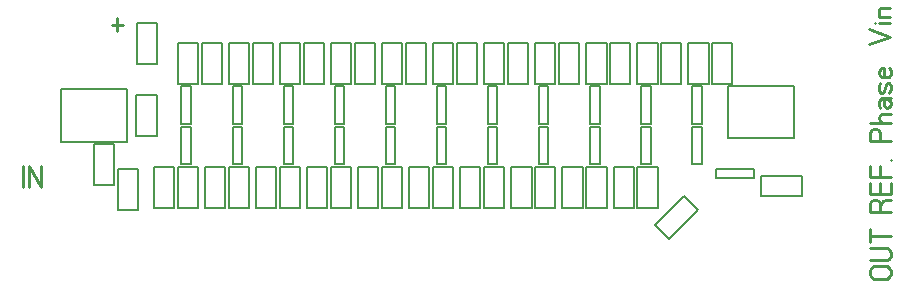
<source format=gbr>
%FSLAX34Y34*%
%MOMM*%
%LNSILK_TOP*%
G71*
G01*
%ADD10C,0.150*%
%ADD11C,0.222*%
%LPD*%
G54D10*
X164622Y-108609D02*
X172560Y-108609D01*
X172560Y-140408D01*
X164622Y-140408D01*
X164622Y-108609D01*
G54D10*
X164622Y-143108D02*
X172560Y-143108D01*
X172560Y-174908D01*
X164622Y-174908D01*
X164622Y-143108D01*
G54D10*
X181616Y-106540D02*
X198678Y-106540D01*
G54D10*
X181616Y-71859D02*
X198678Y-71859D01*
G54D10*
X181616Y-106540D02*
X181616Y-71859D01*
G54D10*
X198678Y-106540D02*
X198678Y-71859D01*
G54D10*
X161416Y-106540D02*
X178478Y-106540D01*
G54D10*
X161416Y-71859D02*
X178478Y-71859D01*
G54D10*
X161416Y-106540D02*
X161416Y-71859D01*
G54D10*
X178478Y-106540D02*
X178478Y-71859D01*
G54D10*
X161416Y-211540D02*
X178478Y-211540D01*
G54D10*
X161416Y-176859D02*
X178478Y-176859D01*
G54D10*
X161416Y-211540D02*
X161416Y-176859D01*
G54D10*
X178478Y-211540D02*
X178478Y-176859D01*
G54D10*
X141216Y-211640D02*
X158278Y-211640D01*
G54D10*
X141216Y-176959D02*
X158278Y-176959D01*
G54D10*
X141216Y-211640D02*
X141216Y-176959D01*
G54D10*
X158278Y-211640D02*
X158278Y-176959D01*
G54D10*
X207823Y-108609D02*
X215760Y-108609D01*
X215760Y-140409D01*
X207822Y-140409D01*
X207823Y-108609D01*
G54D10*
X207822Y-143108D02*
X215760Y-143108D01*
X215760Y-174909D01*
X207822Y-174909D01*
X207822Y-143108D01*
G54D10*
X224816Y-106541D02*
X241878Y-106541D01*
G54D10*
X224816Y-71860D02*
X241878Y-71860D01*
G54D10*
X224816Y-106541D02*
X224816Y-71860D01*
G54D10*
X241878Y-106541D02*
X241878Y-71860D01*
G54D10*
X204616Y-106541D02*
X221678Y-106541D01*
G54D10*
X204616Y-71860D02*
X221678Y-71860D01*
G54D10*
X204616Y-106541D02*
X204616Y-71860D01*
G54D10*
X221678Y-106541D02*
X221678Y-71860D01*
G54D10*
X204616Y-211541D02*
X221678Y-211541D01*
G54D10*
X204616Y-176860D02*
X221678Y-176860D01*
G54D10*
X204616Y-211541D02*
X204616Y-176860D01*
G54D10*
X221678Y-211541D02*
X221678Y-176860D01*
G54D10*
X184416Y-211641D02*
X201478Y-211641D01*
G54D10*
X184416Y-176960D02*
X201478Y-176960D01*
G54D10*
X184416Y-211641D02*
X184416Y-176960D01*
G54D10*
X201478Y-211641D02*
X201478Y-176960D01*
G54D10*
X251122Y-108609D02*
X259060Y-108609D01*
X259060Y-140408D01*
X251122Y-140408D01*
X251122Y-108609D01*
G54D10*
X251122Y-143108D02*
X259060Y-143108D01*
X259060Y-174908D01*
X251122Y-174908D01*
X251122Y-143108D01*
G54D10*
X268116Y-106540D02*
X285178Y-106540D01*
G54D10*
X268116Y-71859D02*
X285178Y-71859D01*
G54D10*
X268116Y-106540D02*
X268116Y-71859D01*
G54D10*
X285178Y-106540D02*
X285178Y-71859D01*
G54D10*
X247916Y-106540D02*
X264978Y-106540D01*
G54D10*
X247916Y-71859D02*
X264978Y-71859D01*
G54D10*
X247916Y-106540D02*
X247916Y-71859D01*
G54D10*
X264978Y-106540D02*
X264978Y-71859D01*
G54D10*
X247916Y-211540D02*
X264978Y-211540D01*
G54D10*
X247916Y-176859D02*
X264978Y-176859D01*
G54D10*
X247916Y-211540D02*
X247916Y-176859D01*
G54D10*
X264978Y-211540D02*
X264978Y-176859D01*
G54D10*
X227716Y-211640D02*
X244778Y-211640D01*
G54D10*
X227716Y-176959D02*
X244778Y-176959D01*
G54D10*
X227716Y-211640D02*
X227716Y-176959D01*
G54D10*
X244778Y-211640D02*
X244778Y-176959D01*
G54D10*
X294323Y-108609D02*
X302260Y-108609D01*
X302260Y-140409D01*
X294322Y-140409D01*
X294323Y-108609D01*
G54D10*
X294322Y-143108D02*
X302260Y-143108D01*
X302260Y-174909D01*
X294322Y-174909D01*
X294322Y-143108D01*
G54D10*
X311316Y-106541D02*
X328378Y-106541D01*
G54D10*
X311316Y-71860D02*
X328378Y-71860D01*
G54D10*
X311316Y-106541D02*
X311316Y-71860D01*
G54D10*
X328378Y-106541D02*
X328378Y-71860D01*
G54D10*
X291116Y-106541D02*
X308178Y-106541D01*
G54D10*
X291116Y-71860D02*
X308178Y-71860D01*
G54D10*
X291116Y-106541D02*
X291116Y-71860D01*
G54D10*
X308178Y-106541D02*
X308178Y-71860D01*
G54D10*
X291116Y-211541D02*
X308178Y-211541D01*
G54D10*
X291116Y-176860D02*
X308178Y-176860D01*
G54D10*
X291116Y-211541D02*
X291116Y-176860D01*
G54D10*
X308178Y-211541D02*
X308178Y-176860D01*
G54D10*
X270916Y-211641D02*
X287978Y-211641D01*
G54D10*
X270916Y-176960D02*
X287978Y-176960D01*
G54D10*
X270916Y-211641D02*
X270916Y-176960D01*
G54D10*
X287978Y-211641D02*
X287978Y-176960D01*
G54D10*
X337622Y-108609D02*
X345560Y-108609D01*
X345560Y-140408D01*
X337622Y-140408D01*
X337622Y-108609D01*
G54D10*
X337622Y-143108D02*
X345560Y-143108D01*
X345560Y-174908D01*
X337622Y-174908D01*
X337622Y-143108D01*
G54D10*
X354616Y-106540D02*
X371678Y-106540D01*
G54D10*
X354616Y-71859D02*
X371678Y-71859D01*
G54D10*
X354616Y-106540D02*
X354616Y-71859D01*
G54D10*
X371678Y-106540D02*
X371678Y-71859D01*
G54D10*
X334416Y-106540D02*
X351478Y-106540D01*
G54D10*
X334416Y-71859D02*
X351478Y-71859D01*
G54D10*
X334416Y-106540D02*
X334416Y-71859D01*
G54D10*
X351478Y-106540D02*
X351478Y-71859D01*
G54D10*
X334416Y-211540D02*
X351478Y-211540D01*
G54D10*
X334416Y-176859D02*
X351478Y-176859D01*
G54D10*
X334416Y-211540D02*
X334416Y-176859D01*
G54D10*
X351478Y-211540D02*
X351478Y-176859D01*
G54D10*
X314216Y-211640D02*
X331278Y-211640D01*
G54D10*
X314216Y-176959D02*
X331278Y-176959D01*
G54D10*
X314216Y-211640D02*
X314216Y-176959D01*
G54D10*
X331278Y-211640D02*
X331278Y-176959D01*
G54D10*
X380823Y-108609D02*
X388760Y-108609D01*
X388760Y-140409D01*
X380822Y-140409D01*
X380823Y-108609D01*
G54D10*
X380822Y-143108D02*
X388760Y-143108D01*
X388760Y-174909D01*
X380822Y-174909D01*
X380822Y-143108D01*
G54D10*
X397816Y-106541D02*
X414878Y-106541D01*
G54D10*
X397816Y-71860D02*
X414878Y-71860D01*
G54D10*
X397816Y-106541D02*
X397816Y-71860D01*
G54D10*
X414878Y-106541D02*
X414878Y-71860D01*
G54D10*
X377616Y-106541D02*
X394678Y-106541D01*
G54D10*
X377616Y-71860D02*
X394678Y-71860D01*
G54D10*
X377616Y-106541D02*
X377616Y-71860D01*
G54D10*
X394678Y-106541D02*
X394678Y-71860D01*
G54D10*
X377616Y-211541D02*
X394678Y-211541D01*
G54D10*
X377616Y-176860D02*
X394678Y-176860D01*
G54D10*
X377616Y-211541D02*
X377616Y-176860D01*
G54D10*
X394678Y-211541D02*
X394678Y-176860D01*
G54D10*
X357416Y-211641D02*
X374478Y-211641D01*
G54D10*
X357416Y-176960D02*
X374478Y-176960D01*
G54D10*
X357416Y-211641D02*
X357416Y-176960D01*
G54D10*
X374478Y-211641D02*
X374478Y-176960D01*
G54D10*
X424122Y-108609D02*
X432060Y-108609D01*
X432060Y-140408D01*
X424122Y-140408D01*
X424122Y-108609D01*
G54D10*
X424122Y-143108D02*
X432060Y-143108D01*
X432060Y-174908D01*
X424122Y-174908D01*
X424122Y-143108D01*
G54D10*
X441116Y-106540D02*
X458178Y-106540D01*
G54D10*
X441116Y-71859D02*
X458178Y-71859D01*
G54D10*
X441116Y-106540D02*
X441116Y-71859D01*
G54D10*
X458178Y-106540D02*
X458178Y-71859D01*
G54D10*
X420916Y-106540D02*
X437978Y-106540D01*
G54D10*
X420916Y-71859D02*
X437978Y-71859D01*
G54D10*
X420916Y-106540D02*
X420916Y-71859D01*
G54D10*
X437978Y-106540D02*
X437978Y-71859D01*
G54D10*
X420916Y-211540D02*
X437978Y-211540D01*
G54D10*
X420916Y-176859D02*
X437978Y-176859D01*
G54D10*
X420916Y-211540D02*
X420916Y-176859D01*
G54D10*
X437978Y-211540D02*
X437978Y-176859D01*
G54D10*
X400716Y-211640D02*
X417778Y-211640D01*
G54D10*
X400716Y-176959D02*
X417778Y-176959D01*
G54D10*
X400716Y-211640D02*
X400716Y-176959D01*
G54D10*
X417778Y-211640D02*
X417778Y-176959D01*
G54D10*
X467323Y-108609D02*
X475260Y-108609D01*
X475260Y-140409D01*
X467322Y-140409D01*
X467323Y-108609D01*
G54D10*
X467322Y-143108D02*
X475260Y-143108D01*
X475260Y-174909D01*
X467322Y-174909D01*
X467322Y-143108D01*
G54D10*
X484316Y-106541D02*
X501378Y-106541D01*
G54D10*
X484316Y-71860D02*
X501378Y-71860D01*
G54D10*
X484316Y-106541D02*
X484316Y-71860D01*
G54D10*
X501378Y-106541D02*
X501378Y-71860D01*
G54D10*
X464116Y-106541D02*
X481178Y-106541D01*
G54D10*
X464116Y-71860D02*
X481178Y-71860D01*
G54D10*
X464116Y-106541D02*
X464116Y-71860D01*
G54D10*
X481178Y-106541D02*
X481178Y-71860D01*
G54D10*
X464116Y-211541D02*
X481178Y-211541D01*
G54D10*
X464116Y-176860D02*
X481178Y-176860D01*
G54D10*
X464116Y-211541D02*
X464116Y-176860D01*
G54D10*
X481178Y-211541D02*
X481178Y-176860D01*
G54D10*
X443916Y-211641D02*
X460978Y-211641D01*
G54D10*
X443916Y-176960D02*
X460978Y-176960D01*
G54D10*
X443916Y-211641D02*
X443916Y-176960D01*
G54D10*
X460978Y-211641D02*
X460978Y-176960D01*
G54D10*
X510623Y-108609D02*
X518560Y-108609D01*
X518560Y-140409D01*
X510622Y-140409D01*
X510623Y-108609D01*
G54D10*
X510623Y-143109D02*
X518560Y-143109D01*
X518560Y-174909D01*
X510623Y-174909D01*
X510623Y-143109D01*
G54D10*
X527616Y-106541D02*
X544678Y-106541D01*
G54D10*
X527616Y-71860D02*
X544678Y-71860D01*
G54D10*
X527616Y-106541D02*
X527616Y-71860D01*
G54D10*
X544678Y-106541D02*
X544678Y-71860D01*
G54D10*
X507416Y-106541D02*
X524478Y-106541D01*
G54D10*
X507416Y-71860D02*
X524478Y-71860D01*
G54D10*
X507416Y-106541D02*
X507416Y-71860D01*
G54D10*
X524478Y-106541D02*
X524478Y-71860D01*
G54D10*
X507416Y-211541D02*
X524478Y-211541D01*
G54D10*
X507416Y-176860D02*
X524478Y-176860D01*
G54D10*
X507416Y-211541D02*
X507416Y-176860D01*
G54D10*
X524478Y-211541D02*
X524478Y-176860D01*
G54D10*
X487216Y-211641D02*
X504278Y-211641D01*
G54D10*
X487216Y-176960D02*
X504278Y-176960D01*
G54D10*
X487216Y-211641D02*
X487216Y-176960D01*
G54D10*
X504278Y-211641D02*
X504278Y-176960D01*
G54D10*
X553823Y-108610D02*
X561760Y-108610D01*
X561760Y-140410D01*
X553823Y-140410D01*
X553823Y-108610D01*
G54D10*
X553823Y-143109D02*
X561760Y-143109D01*
X561760Y-174909D01*
X553823Y-174909D01*
X553823Y-143109D01*
G54D10*
X570816Y-106542D02*
X587878Y-106542D01*
G54D10*
X570816Y-71860D02*
X587878Y-71860D01*
G54D10*
X570816Y-106542D02*
X570816Y-71860D01*
G54D10*
X587878Y-106542D02*
X587878Y-71860D01*
G54D10*
X550616Y-106542D02*
X567678Y-106542D01*
G54D10*
X550616Y-71860D02*
X567678Y-71860D01*
G54D10*
X550616Y-106542D02*
X550616Y-71860D01*
G54D10*
X567678Y-106542D02*
X567678Y-71860D01*
G54D10*
X550616Y-211542D02*
X567678Y-211542D01*
G54D10*
X550616Y-176861D02*
X567678Y-176861D01*
G54D10*
X550616Y-211542D02*
X550616Y-176861D01*
G54D10*
X567678Y-211542D02*
X567678Y-176861D01*
G54D10*
X530416Y-211642D02*
X547478Y-211642D01*
G54D10*
X530416Y-176961D02*
X547478Y-176961D01*
G54D10*
X530416Y-211642D02*
X530416Y-176961D01*
G54D10*
X547478Y-211642D02*
X547478Y-176961D01*
G54D10*
X126419Y-151075D02*
X143482Y-151075D01*
G54D10*
X126419Y-116394D02*
X143482Y-116394D01*
G54D10*
X126419Y-151075D02*
X126419Y-116394D01*
G54D10*
X143482Y-151075D02*
X143482Y-116394D01*
G54D10*
X118409Y-111465D02*
X118409Y-155903D01*
X62935Y-155903D01*
X62935Y-111465D01*
X118409Y-111465D01*
G54D10*
X111166Y-213522D02*
X128228Y-213522D01*
G54D10*
X111166Y-178841D02*
X128228Y-178841D01*
G54D10*
X111166Y-213522D02*
X111166Y-178841D01*
G54D10*
X128228Y-213522D02*
X128228Y-178841D01*
G54D10*
X107828Y-158047D02*
X90766Y-158047D01*
G54D10*
X107828Y-192728D02*
X90766Y-192729D01*
G54D10*
X107828Y-158047D02*
X107828Y-192728D01*
G54D10*
X90766Y-158047D02*
X90766Y-192729D01*
G54D10*
X682909Y-108465D02*
X682909Y-152903D01*
X627435Y-152903D01*
X627435Y-108465D01*
X682909Y-108465D01*
G54D10*
X597023Y-108610D02*
X604960Y-108610D01*
X604960Y-140410D01*
X597023Y-140410D01*
X597023Y-108610D01*
G54D10*
X597023Y-143110D02*
X604960Y-143110D01*
X604960Y-174910D01*
X597023Y-174910D01*
X597023Y-143110D01*
G54D10*
X614016Y-106542D02*
X631079Y-106542D01*
G54D10*
X614016Y-71861D02*
X631079Y-71861D01*
G54D10*
X614016Y-106542D02*
X614016Y-71861D01*
G54D10*
X631079Y-106542D02*
X631079Y-71861D01*
G54D10*
X593816Y-106542D02*
X610879Y-106542D01*
G54D10*
X593816Y-71861D02*
X610879Y-71861D01*
G54D10*
X593816Y-106542D02*
X593816Y-71861D01*
G54D10*
X610879Y-106542D02*
X610879Y-71861D01*
G54D10*
X617548Y-186587D02*
X617548Y-178649D01*
X649349Y-178649D01*
X649349Y-186587D01*
X617548Y-186587D01*
G54D10*
X655061Y-185094D02*
X655061Y-202156D01*
G54D10*
X689742Y-185094D02*
X689742Y-202156D01*
G54D10*
X655061Y-185094D02*
X689742Y-185094D01*
G54D10*
X655061Y-202156D02*
X689742Y-202156D01*
G54D10*
X565698Y-225904D02*
X577763Y-237970D01*
G54D10*
X590221Y-201381D02*
X602286Y-213446D01*
G54D10*
X565698Y-225904D02*
X590221Y-201381D01*
G54D10*
X577763Y-237970D02*
X602286Y-213446D01*
G54D11*
X30508Y-194350D02*
X30508Y-176572D01*
G54D11*
X35397Y-194350D02*
X35397Y-176572D01*
X46064Y-194350D01*
X46064Y-176572D01*
G54D11*
X750711Y-261222D02*
X761822Y-261222D01*
X764044Y-262555D01*
X765156Y-265222D01*
X765156Y-267888D01*
X764044Y-270555D01*
X761822Y-271888D01*
X750711Y-271888D01*
X748489Y-270555D01*
X747378Y-267888D01*
X747378Y-265222D01*
X748489Y-262555D01*
X750711Y-261222D01*
G54D11*
X747378Y-256332D02*
X761822Y-256332D01*
X764044Y-254999D01*
X765155Y-252332D01*
X765156Y-249666D01*
X764044Y-246999D01*
X761822Y-245666D01*
X747378Y-245666D01*
G54D11*
X765156Y-235443D02*
X747378Y-235443D01*
G54D11*
X747378Y-240776D02*
X747378Y-230110D01*
G54D11*
X756268Y-210171D02*
X758490Y-206171D01*
X760713Y-204838D01*
X765157Y-204838D01*
G54D11*
X765157Y-215505D02*
X747379Y-215505D01*
X747379Y-208838D01*
X748490Y-206171D01*
X750712Y-204838D01*
X752935Y-204838D01*
X755157Y-206171D01*
X756268Y-208838D01*
X756268Y-215505D01*
G54D11*
X765157Y-190615D02*
X765157Y-199949D01*
X747379Y-199949D01*
X747379Y-190615D01*
G54D11*
X756268Y-199949D02*
X756268Y-190615D01*
G54D11*
X765157Y-185727D02*
X747379Y-185727D01*
X747379Y-176393D01*
G54D11*
X756268Y-185727D02*
X756268Y-176393D01*
G54D11*
X765157Y-171505D02*
X765157Y-171505D01*
G54D11*
X765157Y-155505D02*
X747379Y-155505D01*
X747379Y-148838D01*
X748490Y-146171D01*
X750713Y-144838D01*
X752935Y-144838D01*
X755157Y-146171D01*
X756268Y-148838D01*
X756268Y-155505D01*
G54D11*
X765157Y-139949D02*
X747379Y-139949D01*
G54D11*
X758046Y-139949D02*
X755824Y-138615D01*
X755157Y-135949D01*
X755824Y-133282D01*
X758046Y-131949D01*
X765157Y-131949D01*
G54D11*
X756268Y-127060D02*
X755157Y-124393D01*
X755157Y-121193D01*
X757379Y-119060D01*
X765157Y-119060D01*
G54D11*
X761824Y-119060D02*
X759602Y-120393D01*
X759157Y-123060D01*
X759602Y-125726D01*
X761824Y-127060D01*
X764046Y-126526D01*
X765157Y-124393D01*
X765157Y-123060D01*
X765157Y-122526D01*
X764046Y-120393D01*
X761824Y-119060D01*
G54D11*
X764046Y-114171D02*
X765157Y-111504D01*
X765157Y-108837D01*
X764046Y-106171D01*
X761824Y-106171D01*
X760713Y-107504D01*
X759602Y-112837D01*
X758490Y-114171D01*
X756268Y-114171D01*
X755157Y-111504D01*
X755157Y-108837D01*
X756268Y-106171D01*
G54D11*
X764046Y-93282D02*
X765157Y-95415D01*
X765157Y-98082D01*
X764046Y-100748D01*
X761824Y-101282D01*
X758046Y-101282D01*
X755824Y-99948D01*
X755157Y-97282D01*
X755824Y-94615D01*
X757379Y-93282D01*
X759602Y-93282D01*
X759602Y-101282D01*
G54D11*
X747107Y-73393D02*
X764884Y-66726D01*
X747107Y-60060D01*
G54D11*
X764884Y-55171D02*
X754884Y-55171D01*
G54D11*
X751551Y-55171D02*
X751551Y-55171D01*
G54D11*
X764884Y-50282D02*
X754884Y-50282D01*
G54D11*
X757107Y-50282D02*
X755551Y-48948D01*
X754884Y-46282D01*
X755551Y-43615D01*
X757107Y-42282D01*
X764884Y-42282D01*
G54D11*
X110281Y-62009D02*
X110281Y-51342D01*
G54D11*
X105837Y-56676D02*
X114725Y-56676D01*
G54D10*
X126599Y-90315D02*
X143662Y-90315D01*
G54D10*
X126599Y-55634D02*
X143662Y-55634D01*
G54D10*
X126599Y-90315D02*
X126599Y-55634D01*
G54D10*
X143662Y-90315D02*
X143662Y-55634D01*
M02*

</source>
